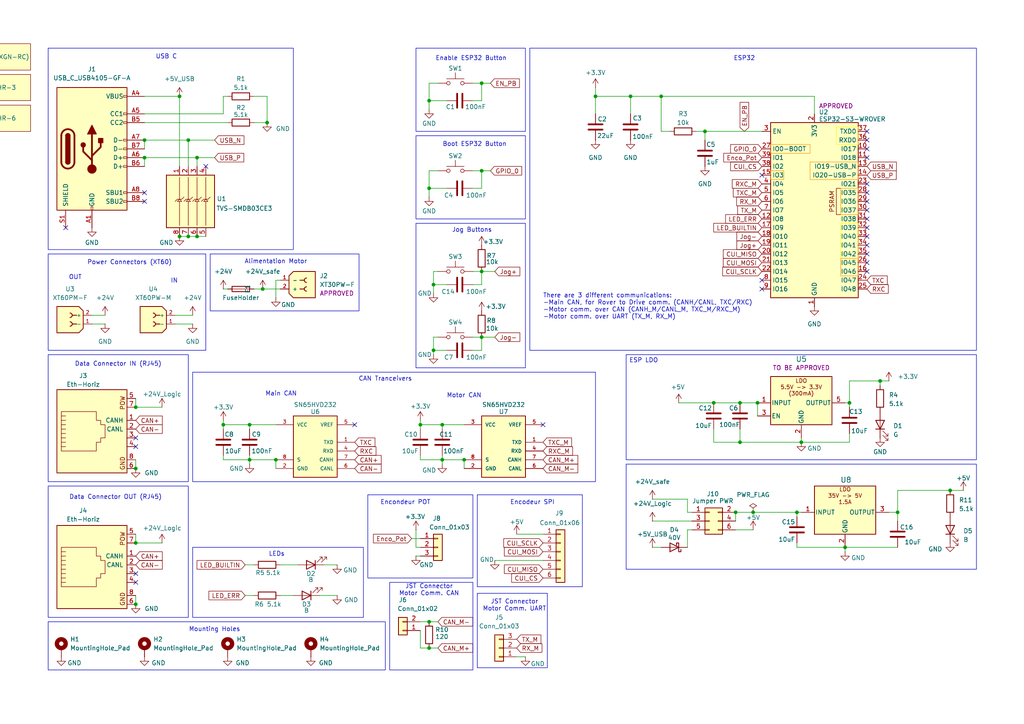
<source format=kicad_sch>
(kicad_sch (version 20231120) (generator "eeschema") (generator_version "8.0")
  (paper "A4")
  (junction (at 39.37 118.11))
  (junction (at 232.41 128.27))
  (junction (at 52.07 27.94))
  (junction (at 255.27 110.49))
  (junction (at 172.72 27.94))
  (junction (at 218.44 148.59))
  (junction (at 139.7 49.53))
  (junction (at 231.14 148.59))
  (junction (at 204.47 38.1))
  (junction (at 139.7 24.13))
  (junction (at 72.39 123.19))
  (junction (at 214.63 128.27))
  (junction (at 214.63 116.84))
  (junction (at 39.37 157.48))
  (junction (at 124.46 187.96))
  (junction (at 125.73 101.6))
  (junction (at 77.47 35.56))
  (junction (at 57.15 68.58))
  (junction (at 52.07 68.58))
  (junction (at 246.38 116.84))
  (junction (at 57.15 45.72))
  (junction (at 260.35 148.59))
  (junction (at 128.27 123.19))
  (junction (at 207.01 116.84))
  (junction (at 76.2 83.82))
  (junction (at 124.46 54.61))
  (junction (at 128.27 133.35))
  (junction (at 134.62 133.35))
  (junction (at 124.46 180.34))
  (junction (at 245.11 158.75))
  (junction (at 275.59 142.24))
  (junction (at 72.39 133.35))
  (junction (at 41.91 45.72))
  (junction (at 64.77 123.19))
  (junction (at 80.01 133.35))
  (junction (at 191.77 27.94))
  (junction (at 124.46 29.21))
  (junction (at 182.88 27.94))
  (junction (at 41.91 40.64))
  (junction (at 121.92 123.19))
  (junction (at 125.73 82.55))
  (junction (at 213.36 148.59))
  (junction (at 54.61 68.58))
  (junction (at 39.37 135.89))
  (junction (at 139.7 78.74))
  (junction (at 219.71 116.84))
  (junction (at 54.61 40.64))
  (junction (at 139.7 97.79))
  (junction (at 39.37 175.26))
  (no_connect (at 251.46 71.12))
  (no_connect (at 251.46 60.96))
  (no_connect (at 41.91 58.42))
  (no_connect (at 102.87 123.19))
  (no_connect (at 157.48 123.19))
  (no_connect (at 39.37 166.37))
  (no_connect (at 39.37 127))
  (no_connect (at 220.98 81.28))
  (no_connect (at 39.37 129.54))
  (no_connect (at 251.46 55.88))
  (no_connect (at 41.91 55.88))
  (no_connect (at 59.69 48.26))
  (no_connect (at 251.46 68.58))
  (no_connect (at 39.37 168.91))
  (no_connect (at 251.46 58.42))
  (no_connect (at 251.46 53.34))
  (no_connect (at 251.46 38.1))
  (no_connect (at 251.46 45.72))
  (no_connect (at 19.05 66.04))
  (no_connect (at 251.46 40.64))
  (no_connect (at 251.46 76.2))
  (no_connect (at 220.98 83.82))
  (no_connect (at 251.46 66.04))
  (no_connect (at 220.98 50.8))
  (no_connect (at 251.46 63.5))
  (no_connect (at 251.46 78.74))
  (no_connect (at 251.46 73.66))
  (no_connect (at 251.46 43.18))
  (wire (pts (xy 213.36 148.59) (xy 218.44 148.59)))
  (wire (pts (xy 199.39 153.67) (xy 200.66 153.67)))
  (wire (pts (xy 121.92 180.34) (xy 124.46 180.34)))
  (wire (pts (xy 204.47 38.1) (xy 204.47 40.64)))
  (wire (pts (xy 128.27 123.19) (xy 128.27 124.46)))
  (wire (pts (xy 191.77 38.1) (xy 194.31 38.1)))
  (wire (pts (xy 232.41 128.27) (xy 232.41 127)))
  (wire (pts (xy 64.77 123.19) (xy 64.77 124.46)))
  (wire (pts (xy 214.63 116.84) (xy 219.71 116.84)))
  (wire (pts (xy 93.98 163.83) (xy 97.79 163.83)))
  (wire (pts (xy 255.27 111.76) (xy 255.27 110.49)))
  (wire (pts (xy 80.01 133.35) (xy 80.01 135.89)))
  (wire (pts (xy 139.7 101.6) (xy 139.7 97.79)))
  (wire (pts (xy 246.38 125.73) (xy 246.38 128.27)))
  (wire (pts (xy 121.92 123.19) (xy 121.92 121.92)))
  (wire (pts (xy 207.01 116.84) (xy 214.63 116.84)))
  (wire (pts (xy 191.77 27.94) (xy 191.77 38.1)))
  (wire (pts (xy 143.51 162.56) (xy 157.48 162.56)))
  (wire (pts (xy 213.36 148.59) (xy 213.36 151.13)))
  (wire (pts (xy 72.39 132.08) (xy 72.39 133.35)))
  (wire (pts (xy 207.01 128.27) (xy 214.63 128.27)))
  (wire (pts (xy 54.61 40.64) (xy 62.23 40.64)))
  (wire (pts (xy 92.71 172.72) (xy 97.79 172.72)))
  (wire (pts (xy 73.66 35.56) (xy 77.47 35.56)))
  (wire (pts (xy 64.77 27.94) (xy 64.77 33.02)))
  (wire (pts (xy 199.39 144.78) (xy 189.23 144.78)))
  (wire (pts (xy 71.12 172.72) (xy 73.66 172.72)))
  (wire (pts (xy 231.14 148.59) (xy 231.14 149.86)))
  (wire (pts (xy 125.73 78.74) (xy 127 78.74)))
  (wire (pts (xy 125.73 78.74) (xy 125.73 82.55)))
  (wire (pts (xy 137.16 78.74) (xy 139.7 78.74)))
  (wire (pts (xy 72.39 123.19) (xy 72.39 124.46)))
  (wire (pts (xy 214.63 124.46) (xy 214.63 128.27)))
  (wire (pts (xy 231.14 157.48) (xy 231.14 158.75)))
  (wire (pts (xy 72.39 123.19) (xy 80.01 123.19)))
  (wire (pts (xy 73.66 83.82) (xy 76.2 83.82)))
  (wire (pts (xy 139.7 82.55) (xy 139.7 78.74)))
  (wire (pts (xy 54.61 68.58) (xy 57.15 68.58)))
  (wire (pts (xy 80.01 81.28) (xy 81.28 81.28)))
  (wire (pts (xy 201.93 38.1) (xy 204.47 38.1)))
  (wire (pts (xy 50.8 93.98) (xy 55.88 93.98)))
  (wire (pts (xy 41.91 40.64) (xy 54.61 40.64)))
  (wire (pts (xy 139.7 49.53) (xy 139.7 54.61)))
  (wire (pts (xy 72.39 133.35) (xy 72.39 134.62)))
  (wire (pts (xy 125.73 97.79) (xy 125.73 101.6)))
  (wire (pts (xy 139.7 97.79) (xy 143.51 97.79)))
  (wire (pts (xy 128.27 123.19) (xy 121.92 123.19)))
  (wire (pts (xy 214.63 128.27) (xy 232.41 128.27)))
  (wire (pts (xy 139.7 54.61) (xy 137.16 54.61)))
  (wire (pts (xy 246.38 118.11) (xy 246.38 116.84)))
  (wire (pts (xy 39.37 154.94) (xy 39.37 157.48)))
  (wire (pts (xy 219.71 116.84) (xy 219.71 120.65)))
  (wire (pts (xy 76.2 83.82) (xy 81.28 83.82)))
  (wire (pts (xy 124.46 24.13) (xy 127 24.13)))
  (wire (pts (xy 199.39 158.75) (xy 199.39 153.67)))
  (wire (pts (xy 41.91 33.02) (xy 64.77 33.02)))
  (wire (pts (xy 182.88 27.94) (xy 191.77 27.94)))
  (wire (pts (xy 121.92 187.96) (xy 121.92 182.88)))
  (wire (pts (xy 172.72 27.94) (xy 172.72 33.02)))
  (wire (pts (xy 172.72 25.4) (xy 172.72 27.94)))
  (wire (pts (xy 26.67 91.44) (xy 30.48 91.44)))
  (wire (pts (xy 52.07 68.58) (xy 54.61 68.58)))
  (wire (pts (xy 246.38 110.49) (xy 255.27 110.49)))
  (wire (pts (xy 50.8 91.44) (xy 55.88 91.44)))
  (wire (pts (xy 64.77 123.19) (xy 64.77 121.92)))
  (wire (pts (xy 73.66 27.94) (xy 77.47 27.94)))
  (wire (pts (xy 39.37 172.72) (xy 39.37 175.26)))
  (wire (pts (xy 260.35 151.13) (xy 260.35 148.59)))
  (wire (pts (xy 54.61 40.64) (xy 54.61 48.26)))
  (wire (pts (xy 182.88 27.94) (xy 182.88 33.02)))
  (wire (pts (xy 64.77 83.82) (xy 66.04 83.82)))
  (wire (pts (xy 142.24 49.53) (xy 139.7 49.53)))
  (wire (pts (xy 125.73 97.79) (xy 127 97.79)))
  (wire (pts (xy 137.16 97.79) (xy 139.7 97.79)))
  (wire (pts (xy 196.85 116.84) (xy 207.01 116.84)))
  (wire (pts (xy 139.7 78.74) (xy 143.51 78.74)))
  (wire (pts (xy 81.28 172.72) (xy 85.09 172.72)))
  (wire (pts (xy 121.92 158.75) (xy 120.65 158.75)))
  (wire (pts (xy 120.65 161.29) (xy 121.92 161.29)))
  (wire (pts (xy 125.73 82.55) (xy 125.73 85.09)))
  (wire (pts (xy 41.91 40.64) (xy 41.91 43.18)))
  (wire (pts (xy 245.11 160.02) (xy 245.11 158.75)))
  (wire (pts (xy 213.36 153.67) (xy 218.44 153.67)))
  (wire (pts (xy 119.38 156.21) (xy 121.92 156.21)))
  (wire (pts (xy 260.35 148.59) (xy 257.81 148.59)))
  (wire (pts (xy 142.24 24.13) (xy 139.7 24.13)))
  (wire (pts (xy 246.38 128.27) (xy 232.41 128.27)))
  (wire (pts (xy 139.7 24.13) (xy 139.7 29.21)))
  (wire (pts (xy 77.47 27.94) (xy 77.47 35.56)))
  (wire (pts (xy 41.91 45.72) (xy 57.15 45.72)))
  (wire (pts (xy 207.01 128.27) (xy 207.01 124.46)))
  (wire (pts (xy 275.59 142.24) (xy 260.35 142.24)))
  (wire (pts (xy 275.59 142.24) (xy 279.4 142.24)))
  (wire (pts (xy 246.38 116.84) (xy 245.11 116.84)))
  (wire (pts (xy 39.37 135.89) (xy 39.37 133.35)))
  (wire (pts (xy 124.46 180.34) (xy 127 180.34)))
  (wire (pts (xy 137.16 101.6) (xy 139.7 101.6)))
  (wire (pts (xy 72.39 133.35) (xy 80.01 133.35)))
  (wire (pts (xy 128.27 133.35) (xy 134.62 133.35)))
  (wire (pts (xy 260.35 142.24) (xy 260.35 148.59)))
  (wire (pts (xy 149.86 190.5) (xy 152.4 190.5)))
  (wire (pts (xy 39.37 157.48) (xy 46.99 157.48)))
  (wire (pts (xy 199.39 148.59) (xy 199.39 144.78)))
  (wire (pts (xy 121.92 123.19) (xy 121.92 124.46)))
  (wire (pts (xy 125.73 101.6) (xy 125.73 102.87)))
  (wire (pts (xy 124.46 49.53) (xy 127 49.53)))
  (wire (pts (xy 124.46 54.61) (xy 129.54 54.61)))
  (wire (pts (xy 121.92 187.96) (xy 124.46 187.96)))
  (wire (pts (xy 41.91 45.72) (xy 41.91 48.26)))
  (wire (pts (xy 80.01 86.36) (xy 80.01 81.28)))
  (wire (pts (xy 128.27 133.35) (xy 128.27 132.08)))
  (wire (pts (xy 64.77 133.35) (xy 64.77 132.08)))
  (wire (pts (xy 41.91 35.56) (xy 66.04 35.56)))
  (wire (pts (xy 137.16 82.55) (xy 139.7 82.55)))
  (wire (pts (xy 218.44 148.59) (xy 231.14 148.59)))
  (wire (pts (xy 245.11 158.75) (xy 260.35 158.75)))
  (wire (pts (xy 81.28 163.83) (xy 86.36 163.83)))
  (wire (pts (xy 191.77 27.94) (xy 236.22 27.94)))
  (wire (pts (xy 128.27 133.35) (xy 128.27 134.62)))
  (wire (pts (xy 137.16 24.13) (xy 139.7 24.13)))
  (wire (pts (xy 124.46 49.53) (xy 124.46 54.61)))
  (wire (pts (xy 121.92 133.35) (xy 128.27 133.35)))
  (wire (pts (xy 57.15 45.72) (xy 62.23 45.72)))
  (wire (pts (xy 172.72 27.94) (xy 182.88 27.94)))
  (wire (pts (xy 124.46 24.13) (xy 124.46 29.21)))
  (wire (pts (xy 231.14 158.75) (xy 245.11 158.75)))
  (wire (pts (xy 57.15 45.72) (xy 57.15 48.26)))
  (wire (pts (xy 64.77 123.19) (xy 72.39 123.19)))
  (wire (pts (xy 149.86 154.94) (xy 157.48 154.94)))
  (wire (pts (xy 71.12 163.83) (xy 73.66 163.83)))
  (wire (pts (xy 125.73 82.55) (xy 129.54 82.55)))
  (wire (pts (xy 189.23 151.13) (xy 200.66 151.13)))
  (wire (pts (xy 124.46 54.61) (xy 124.46 57.15)))
  (wire (pts (xy 124.46 29.21) (xy 124.46 31.75)))
  (wire (pts (xy 125.73 101.6) (xy 129.54 101.6)))
  (wire (pts (xy 52.07 48.26) (xy 52.07 27.94)))
  (wire (pts (xy 121.92 133.35) (xy 121.92 132.08)))
  (wire (pts (xy 124.46 187.96) (xy 127 187.96)))
  (wire (pts (xy 134.62 133.35) (xy 134.62 135.89)))
  (wire (pts (xy 137.16 49.53) (xy 139.7 49.53)))
  (wire (pts (xy 120.65 158.75) (xy 120.65 153.67)))
  (wire (pts (xy 39.37 118.11) (xy 46.99 118.11)))
  (wire (pts (xy 255.27 110.49) (xy 257.81 110.49)))
  (wire (pts (xy 231.14 148.59) (xy 232.41 148.59)))
  (wire (pts (xy 139.7 29.21) (xy 137.16 29.21)))
  (wire (pts (xy 134.62 123.19) (xy 128.27 123.19)))
  (wire (pts (xy 199.39 148.59) (xy 200.66 148.59)))
  (wire (pts (xy 189.23 158.75) (xy 191.77 158.75)))
  (wire (pts (xy 57.15 68.58) (xy 59.69 68.58)))
  (wire (pts (xy 204.47 38.1) (xy 220.98 38.1)))
  (wire (pts (xy 124.46 29.21) (xy 129.54 29.21)))
  (wire (pts (xy 26.67 93.98) (xy 30.48 93.98)))
  (wire (pts (xy 64.77 133.35) (xy 72.39 133.35)))
  (wire (pts (xy 41.91 27.94) (xy 52.07 27.94)))
  (wire (pts (xy 236.22 27.94) (xy 236.22 33.02)))
  (wire (pts (xy 246.38 110.49) (xy 246.38 116.84)))
  (wire (pts (xy 39.37 115.57) (xy 39.37 118.11)))
  (wire (pts (xy 64.77 27.94) (xy 66.04 27.94)))
  (rectangle (start 13.97 140.97) (end 54.61 179.07))
  (rectangle (start 120.65 13.97) (end 152.4 38.1))
  (rectangle (start 120.65 64.77) (end 152.4 106.68))
  (rectangle (start 13.97 102.87) (end 54.61 139.7))
  (rectangle (start 55.88 158.75) (end 105.41 179.07))
  (rectangle (start 13.97 73.66) (end 59.69 101.6))
  (rectangle (start 106.68 143.51) (end 137.16 167.64))
  (rectangle (start 120.65 39.37) (end 152.4 63.5))
  (rectangle (start 153.67 13.97) (end 283.21 101.6))
  (rectangle (start 13.97 13.97) (end 85.09 72.39))
  (rectangle (start 55.88 107.95) (end 172.72 139.7))
  (rectangle (start 13.97 180.34) (end 111.76 194.31))
  (rectangle (start 138.43 143.51) (end 168.91 170.18))
  (rectangle (start 60.96 73.66) (end 104.14 90.17))
  (rectangle (start 138.43 172.085) (end 158.75 193.675))
  (rectangle (start 181.61 102.87) (end 283.21 133.35))
  (rectangle (start 181.61 134.62) (end 283.21 165.1))
  (rectangle (start 113.03 168.91) (end 137.16 194.31))
  (text "ESP32" (at 215.9 17.018 0) (effects (font (size 1.27 1.27))))
  (text "Data Connector IN (RJ45)" (at 34.29 105.664 0) (effects (font (size 1.27 1.27))))
  (text "OUT" (at 21.844 80.518 0) (effects (font (size 1.27 1.27))))
  (text "Mounting Holes" (at 62.23 182.626 0) (effects (font (size 1.27 1.27))))
  (text "Encodeur SPI" (at 154.432 145.796 0) (effects (font (size 1.27 1.27))))
  (text "Power Connectors (XT60)" (at 37.592 76.2 0) (effects (font (size 1.27 1.27))))
  (text "JST Connector\nMotor Comm. UART" (at 149.225 175.641 0) (effects (font (size 1.27 1.27))))
  (text "Main CAN" (at 81.534 114.3 0) (effects (font (size 1.27 1.27))))
  (text "Motor CAN" (at 134.62 114.808 0) (effects (font (size 1.27 1.27))))
  (text "There are 3 different communications:\n-Main CAN, for Rover to Drive comm. (CANH/CANL, TXC/RXC)\n-Motor comm. over CAN (CANH_M/CANL_M, TXC_M/RXC_M)\n-Motor comm. over UART (TX_M, RX_M)" (at 157.48 88.9 0) (effects (font (size 1.27 1.27)) (justify left)))
  (text "ESP LDO" (at 186.69 104.648 0) (effects (font (size 1.27 1.27))))
  (text "Alimentation Motor" (at 80.01 75.946 0) (effects (font (size 1.27 1.27))))
  (text "Boot ESP32 Button" (at 137.668 41.91 0) (effects (font (size 1.27 1.27))))
  (text "Jog Buttons" (at 136.906 66.802 0) (effects (font (size 1.27 1.27))))
  (text "Enable ESP32 Button" (at 136.652 17.018 0) (effects (font (size 1.27 1.27))))
  (text "IN" (at 50.546 81.534 0) (effects (font (size 1.27 1.27))))
  (text "CAN Tranceivers" (at 111.76 109.982 0) (effects (font (size 1.27 1.27))))
  (text "Data Connector OUT (RJ45)" (at 33.528 144.272 0) (effects (font (size 1.27 1.27))))
  (text "USB C" (at 48.26 16.51 0) (effects (font (size 1.27 1.27))))
  (text "LEDs" (at 80.264 160.782 0) (effects (font (size 1.27 1.27))))
  (text "Encondeur POT" (at 117.602 145.796 0) (effects (font (size 1.27 1.27))))
  (text "JST Connector\nMotor Comm. CAN" (at 124.46 171.196 0) (effects (font (size 1.27 1.27))))
  (global_label "LED_ERR" (shape input) (at 220.98 63.5 180) (property "Intersheetrefs" "${INTERSHEET_REFS}" (effects (hide yes))))
  (global_label "EN_PB" (shape input) (at 215.9 38.1 90) (property "Intersheetrefs" "${INTERSHEET_REFS}" (effects (hide yes))))
  (global_label "LED_BUILTIN" (shape input) (at 220.98 66.04 180) (property "Intersheetrefs" "${INTERSHEET_REFS}" (effects (hide yes))))
  (global_label "USB_P" (shape input) (at 251.46 50.8 0) (property "Intersheetrefs" "${INTERSHEET_REFS}" (effects (hide yes))))
  (global_label "RX_M" (shape input) (at 149.86 187.96 0) (property "Intersheetrefs" "${INTERSHEET_REFS}" (effects (hide yes))))
  (global_label "CUI_CS" (shape input) (at 220.98 48.26 180) (property "Intersheetrefs" "${INTERSHEET_REFS}" (effects (hide yes))))
  (global_label "CUI_SCLK" (shape input) (at 220.98 78.74 180) (property "Intersheetrefs" "${INTERSHEET_REFS}" (effects (hide yes))))
  (global_label "Jog-" (shape input) (at 220.98 68.58 180) (property "Intersheetrefs" "${INTERSHEET_REFS}" (effects (hide yes))))
  (global_label "Jog+" (shape input) (at 143.51 78.74 0) (property "Intersheetrefs" "${INTERSHEET_REFS}" (effects (hide yes))))
  (global_label "GPIO_0" (shape input) (at 142.24 49.53 0) (property "Intersheetrefs" "${INTERSHEET_REFS}" (effects (hide yes))))
  (global_label "LED_BUILTIN" (shape input) (at 71.12 163.83 180) (property "Intersheetrefs" "${INTERSHEET_REFS}" (effects (hide yes))))
  (global_label "TX_M" (shape input) (at 220.98 60.96 180) (property "Intersheetrefs" "${INTERSHEET_REFS}" (effects (hide yes))))
  (global_label "CUI_MISO" (shape input) (at 157.48 165.1 180) (property "Intersheetrefs" "${INTERSHEET_REFS}" (effects (hide yes))))
  (global_label "CUI_SCLK" (shape input) (at 157.48 157.48 180) (property "Intersheetrefs" "${INTERSHEET_REFS}" (effects (hide yes))))
  (global_label "CAN+" (shape input) (at 39.37 161.29 0) (property "Intersheetrefs" "${INTERSHEET_REFS}" (effects (hide yes))))
  (global_label "TX_M" (shape input) (at 149.86 185.42 0) (property "Intersheetrefs" "${INTERSHEET_REFS}" (effects (hide yes))))
  (global_label "CAN_M+" (shape input) (at 127 187.96 0) (property "Intersheetrefs" "${INTERSHEET_REFS}" (effects (hide yes))))
  (global_label "CUI_MISO" (shape input) (at 220.98 73.66 180) (property "Intersheetrefs" "${INTERSHEET_REFS}" (effects (hide yes))))
  (global_label "CAN_M-" (shape input) (at 157.48 135.89 0) (property "Intersheetrefs" "${INTERSHEET_REFS}" (effects (hide yes))))
  (global_label "TXC_M" (shape input) (at 220.98 55.88 180) (property "Intersheetrefs" "${INTERSHEET_REFS}" (effects (hide yes))))
  (global_label "CAN_M+" (shape input) (at 157.48 133.35 0) (property "Intersheetrefs" "${INTERSHEET_REFS}" (effects (hide yes))))
  (global_label "CAN-" (shape input) (at 39.37 124.46 0) (property "Intersheetrefs" "${INTERSHEET_REFS}" (effects (hide yes))))
  (global_label "USB_P" (shape input) (at 62.23 45.72 0) (property "Intersheetrefs" "${INTERSHEET_REFS}" (effects (hide yes))))
  (global_label "TXC_M" (shape input) (at 157.48 128.27 0) (property "Intersheetrefs" "${INTERSHEET_REFS}" (effects (hide yes))))
  (global_label "RXC" (shape input) (at 251.46 83.82 0) (property "Intersheetrefs" "${INTERSHEET_REFS}" (effects (hide yes))))
  (global_label "LED_ERR" (shape input) (at 71.12 172.72 180) (property "Intersheetrefs" "${INTERSHEET_REFS}" (effects (hide yes))))
  (global_label "CAN+" (shape input) (at 102.87 133.35 0) (property "Intersheetrefs" "${INTERSHEET_REFS}" (effects (hide yes))))
  (global_label "CUI_MOSI" (shape input) (at 220.98 76.2 180) (property "Intersheetrefs" "${INTERSHEET_REFS}" (effects (hide yes))))
  (global_label "CAN+" (shape input) (at 39.37 121.92 0) (property "Intersheetrefs" "${INTERSHEET_REFS}" (effects (hide yes))))
  (global_label "USB_N" (shape input) (at 251.46 48.26 0) (property "Intersheetrefs" "${INTERSHEET_REFS}" (effects (hide yes))))
  (global_label "Jog+" (shape input) (at 220.98 71.12 180) (property "Intersheetrefs" "${INTERSHEET_REFS}" (effects (hide yes))))
  (global_label "CAN-" (shape input) (at 102.87 135.89 0) (property "Intersheetrefs" "${INTERSHEET_REFS}" (effects (hide yes))))
  (global_label "USB_N" (shape input) (at 62.23 40.64 0) (property "Intersheetrefs" "${INTERSHEET_REFS}" (effects (hide yes))))
  (global_label "CAN_M-" (shape input) (at 127 180.34 0) (property "Intersheetrefs" "${INTERSHEET_REFS}" (effects (hide yes))))
  (global_label "Enco_Pot" (shape input) (at 119.38 156.21 180) (property "Intersheetrefs" "${INTERSHEET_REFS}" (effects (hide yes))))
  (global_label "RXC_M" (shape input) (at 157.48 130.81 0) (property "Intersheetrefs" "${INTERSHEET_REFS}" (effects (hide yes))))
  (global_label "Enco_Pot" (shape input) (at 220.98 45.72 180) (property "Intersheetrefs" "${INTERSHEET_REFS}" (effects (hide yes))))
  (global_label "CUI_MOSI" (shape input) (at 157.48 160.02 180) (property "Intersheetrefs" "${INTERSHEET_REFS}" (effects (hide yes))))
  (global_label "RXC" (shape input) (at 102.87 130.81 0) (property "Intersheetrefs" "${INTERSHEET_REFS}" (effects (hide yes))))
  (global_label "CAN-" (shape input) (at 39.37 163.83 0) (property "Intersheetrefs" "${INTERSHEET_REFS}" (effects (hide yes))))
  (global_label "CUI_CS" (shape input) (at 157.48 167.64 180) (property "Intersheetrefs" "${INTERSHEET_REFS}" (effects (hide yes))))
  (global_label "Jog-" (shape input) (at 143.51 97.79 0) (property "Intersheetrefs" "${INTERSHEET_REFS}" (effects (hide yes))))
  (global_label "TXC" (shape input) (at 251.46 81.28 0) (property "Intersheetrefs" "${INTERSHEET_REFS}" (effects (hide yes))))
  (global_label "RXC_M" (shape input) (at 220.98 53.34 180) (property "Intersheetrefs" "${INTERSHEET_REFS}" (effects (hide yes))))
  (global_label "TXC" (shape input) (at 102.87 128.27 0) (property "Intersheetrefs" "${INTERSHEET_REFS}" (effects (hide yes))))
  (global_label "EN_PB" (shape input) (at 142.24 24.13 0) (property "Intersheetrefs" "${INTERSHEET_REFS}" (effects (hide yes))))
  (global_label "GPIO_0" (shape input) (at 220.98 43.18 180) (property "Intersheetrefs" "${INTERSHEET_REFS}" (effects (hide yes))))
  (global_label "RX_M" (shape input) (at 220.98 58.42 180) (property "Intersheetrefs" "${INTERSHEET_REFS}" (effects (hide yes))))
  (symbol (lib_id "Connector_Generic:Conn_02x03_Odd_Even") (at 205.74 151.13 0) (unit 1)
    (property "Reference" "J10" (at 206.756 143.256 0))
    (property "Value" "Jumper PWR" (at 206.756 145.288 0))
    (property "Footprint" "Connector_PinHeader_2.54mm:PinHeader_2x03_P2.54mm_Vertical" (effects (hide yes)))
    (property "Description" "Generic connector, double row, 02x03, odd/even pin numbering scheme (row 1 odd numbers, row 2 even numbers), script generated (kicad-library-utils/schlib/autogen/connector/)" (effects (hide yes)))
  )
  (symbol (lib_id "Rover_LIB:R_0805") (at 255.27 115.57 0) (unit 1)
    (property "Reference" "R4" (at 257.81 114.554 0) (effects (justify left)))
    (property "Value" "5.1k" (at 257.81 117.094 0) (effects (justify left)))
    (property "Footprint" "Resistor_SMD:R_0805_2012Metric_Pad1.20x1.40mm_HandSolder" (effects (hide yes)))
    (property "Description" "Resistor" (effects (hide yes)))
    (property "Package" "0805" (effects (hide yes)))
  )
  (symbol (lib_id "power:GND") (at 245.11 160.02 0) (unit 1)
    (property "Reference" "#PWR057" (effects (hide yes)))
    (property "Value" "GND" (at 248.92 161.798 0))
    (property "Description" "Power symbol creates a global label with name \"GND\" , ground" (effects (hide yes)))
  )
  (symbol (lib_id "power:PWR_FLAG") (at 218.44 148.59 0) (unit 1)
    (property "Reference" "#FLG01" (effects (hide yes)))
    (property "Value" "PWR_FLAG" (at 218.44 143.51 0))
    (property "Description" "Special symbol for telling ERC where power comes from" (effects (hide yes)))
  )
  (symbol (lib_id "Rover_LIB:ESP32-S3-WROVER") (at 236.22 60.96 0) (unit 1)
    (property "Reference" "U2" (at 237.49 32.512 0) (effects (justify left)))
    (property "Value" "ESP32-S3-WROVER" (at 237.49 34.544 0) (effects (justify left)))
    (property "Footprint" "RF_Module:ESP32-S3-WROOM-1U" (effects (hide yes)))
    (property "Datasheet" "https://www.espressif.com/sites/default/files/documentation/esp32-s3-wroom-1_wroom-1u_datasheet_en.pdf" (effects (hide yes)))
    (property "Description" "RF Module, ESP32-S3 SoC, Wi-Fi 802.11b/g/n, Bluetooth, BLE, 32-bit, 3.3V, onboard antenna, SMD" (effects (hide yes)))
    (property "Digikey Link" "https://www.digikey.ca/en/products/detail/espressif-systems/ESP32-S3-WROOM-1U-N8/16162635" (effects (hide yes)))
    (property "STATUS" "APPROVED" (at 237.49 30.734 0) (effects (justify left)))
  )
  (symbol (lib_id "Rover_LIB:LDO-LM7805MPX/NOPB") (at 245.11 140.97 0) (unit 1)
    (property "Reference" "U8" (at 245.364 139.192 0) (effects (font (size 1.524 1.524))))
    (property "Value" "LDO-LM7805MPX/NOPB" (effects (hide yes)))
    (property "Footprint" "Package_TO_SOT_SMD:SOT-223-3_TabPin2" (effects (hide yes)))
    (property "Datasheet" "https://www.ti.com/lit/ds/symlink/lm7800.pdf" (effects (hide yes)))
    (property "Description" "7.5V-35V To 5V LDO. 1.5A" (effects (hide yes)))
    (property "STATUS" "TO BE APPROVED" (effects (hide yes)))
  )
  (symbol (lib_id "Rover_LIB:C_0805") (at 246.38 121.92 0) (unit 1)
    (property "Reference" "C13" (at 250.19 119.38 0) (effects (justify right)))
    (property "Value" "10uF" (at 251.714 124.968 0) (effects (justify right)))
    (property "Footprint" "Capacitor_SMD:C_0805_2012Metric_Pad1.18x1.45mm_HandSolder" (effects (hide yes)))
    (property "Description" "Unpolarized capacitor" (effects (hide yes)))
    (property "Package" "0805" (effects (hide yes)))
  )
  (symbol (lib_id "Rover_LIB:C_0805") (at 133.35 82.55 90) (unit 1)
    (property "Reference" "C14" (at 128.016 84.582 90) (effects (justify right)))
    (property "Value" "100nF" (at 135.128 84.582 90) (effects (justify right)))
    (property "Footprint" "Capacitor_SMD:C_0805_2012Metric_Pad1.18x1.45mm_HandSolder" (effects (hide yes)))
    (property "Description" "Unpolarized capacitor" (effects (hide yes)))
    (property "Package" "0805" (effects (hide yes)))
  )
  (symbol (lib_id "Rover_LIB:MountingHole_Pad") (at 41.91 187.96 0) (unit 1) (exclude_from_sim yes) (in_bom no)
    (property "Reference" "H2" (at 44.45 185.4199 0) (effects (justify left)))
    (property "Value" "MountingHole_Pad" (at 44.45 187.9599 0) (effects (justify left)))
    (property "Footprint" "MountingHole:MountingHole_3.2mm_M3_DIN965_Pad_TopBottom" (effects (hide yes)))
    (property "Description" "Mounting Hole with connection" (effects (hide yes)))
  )
  (symbol (lib_id "Rover_LIB:CAN-Transceiver-SN65HVD232") (at 91.44 127 0) (unit 1)
    (property "Reference" "U6" (at 91.44 120.142 0) (effects (justify bottom)))
    (property "Value" "SN65HVD232" (at 91.44 118.11 0) (effects (justify bottom)))
    (property "Footprint" "Package_SO:SOIC-8_3.9x4.9mm_P1.27mm" (effects (hide yes)))
    (property "Datasheet" "https://www.ti.com/lit/ds/symlink/sn65hvd230.pdf?ts=1730319703644&ref_url=https%253A%252F%252Fwww.ti.com%252Fproduct%252FSN65HVD230" (effects (hide yes)))
    (property "Description" "CAN Transceiver" (effects (hide yes)))
    (property "PARTREV" "4" (effects (hide yes)))
    (property "STANDARD" "IPC 7351B" (effects (hide yes)))
    (property "MAXIMUM_PACKAGE_HEIGHT" "1.75 mm" (effects (hide yes)))
    (property "MANUFACTURER" "NXP USA" (effects (hide yes)))
    (property "STATUS" "APPROVED" (effects (hide yes)))
  )
  (symbol (lib_id "power:GND") (at 124.46 57.15 0) (unit 1)
    (property "Reference" "#PWR07" (effects (hide yes)))
    (property "Value" "GND" (at 124.46 61.214 0))
    (property "Description" "Power symbol creates a global label with name \"GND\" , ground" (effects (hide yes)))
  )
  (symbol (lib_id "power:GND") (at 236.22 88.9 0) (unit 1)
    (property "Reference" "#PWR020" (effects (hide yes)))
    (property "Value" "GND" (at 236.22 93.98 0))
    (property "Description" "Power symbol creates a global label with name \"GND\" , ground" (effects (hide yes)))
  )
  (symbol (lib_id "Rover_LIB:R_0805") (at 139.7 93.98 0) (unit 1)
    (property "Reference" "R8" (at 142.494 92.964 0))
    (property "Value" "10k" (at 142.748 95.25 0))
    (property "Footprint" "Resistor_SMD:R_0805_2012Metric_Pad1.20x1.40mm_HandSolder" (effects (hide yes)))
    (property "Description" "Resistor" (effects (hide yes)))
    (property "Package" "0805" (effects (hide yes)))
  )
  (symbol (lib_id "power:+5V") (at 149.86 154.94 0) (unit 1)
    (property "Reference" "#PWR047" (effects (hide yes)))
    (property "Value" "+5V" (at 149.86 151.384 0))
    (property "Description" "Power symbol creates a global label with name \"+5V\"" (effects (hide yes)))
  )
  (symbol (lib_id "power:+36V") (at 189.23 158.75 0) (unit 1)
    (property "Reference" "#PWR055" (effects (hide yes)))
    (property "Value" "+5V_USB" (at 189.23 154.94 0))
    (property "Description" "Power symbol creates a global label with name \"+36V\"" (effects (hide yes)))
  )
  (symbol (lib_id "Rover_LIB:C_0805") (at 207.01 120.65 0) (unit 1)
    (property "Reference" "C12" (at 206.502 118.364 0) (effects (justify right)))
    (property "Value" "10uF" (at 206.502 123.444 0) (effects (justify right)))
    (property "Footprint" "Capacitor_SMD:C_0805_2012Metric_Pad1.18x1.45mm_HandSolder" (effects (hide yes)))
    (property "Description" "Unpolarized capacitor" (effects (hide yes)))
    (property "Package" "0805" (effects (hide yes)))
  )
  (symbol (lib_id "power:+24V") (at 64.77 83.82 0) (unit 1)
    (property "Reference" "#PWR011" (effects (hide yes)))
    (property "Value" "+24V" (at 64.77 78.74 0))
    (property "Description" "Power symbol creates a global label with name \"+24V\"" (effects (hide yes)))
  )
  (symbol (lib_id "Rover_LIB:C_0805") (at 204.47 44.45 0) (unit 1)
    (property "Reference" "C5" (at 207.518 41.91 0) (effects (justify right)))
    (property "Value" "1uF" (at 208.534 46.99 0) (effects (justify right)))
    (property "Footprint" "Capacitor_SMD:C_0805_2012Metric_Pad1.18x1.45mm_HandSolder" (effects (hide yes)))
    (property "Description" "Unpolarized capacitor" (effects (hide yes)))
    (property "Package" "0805" (effects (hide yes)))
  )
  (symbol (lib_id "power:GND") (at 39.37 175.26 0) (unit 1)
    (property "Reference" "#PWR035" (effects (hide yes)))
    (property "Value" "GND" (at 41.91 176.5299 0) (effects (justify left)))
    (property "Description" "Power symbol creates a global label with name \"GND\" , ground" (effects (hide yes)))
  )
  (symbol (lib_id "Connector_Generic:Conn_01x06") (at 162.56 160.02 0) (unit 1)
    (property "Reference" "J9" (at 161.036 148.844 0) (effects (justify left)))
    (property "Value" "Conn_01x06" (at 156.464 151.638 0) (effects (justify left)))
    (property "Footprint" "Connector_JST:JST_PH_B6B-PH-K_1x06_P2.00mm_Vertical" (effects (hide yes)))
    (property "Description" "Generic connector, single row, 01x06, script generated (kicad-library-utils/schlib/autogen/connector/)" (effects (hide yes)))
  )
  (symbol (lib_id "Rover_LIB:SW-PTS815SJM250SMTRLFS") (at 132.08 78.74 0) (unit 1)
    (property "Reference" "SW3" (at 132.08 74.422 0))
    (property "Value" "SW-PTS815SJM250SMTRLFS" (effects (hide yes)))
    (property "Footprint" "RoverFootprint:SW-PTS815 SJM250SMTRLFS" (effects (hide yes)))
    (property "Datasheet" "https://www.ckswitches.com/media/2728/pts815.pdf" (effects (hide yes)))
    (property "Description" "Push button switch" (effects (hide yes)))
  )
  (symbol (lib_id "power:+24V") (at 30.48 91.44 0) (unit 1)
    (property "Reference" "#PWR015" (effects (hide yes)))
    (property "Value" "+24V" (at 30.48 86.36 0))
    (property "Description" "Power symbol creates a global label with name \"+24V\"" (effects (hide yes)))
  )
  (symbol (lib_id "Rover_LIB:Eth-Horiz-54601-908WPLF") (at 26.67 165.1 0) (unit 1)
    (property "Reference" "J4" (at 24.13 148.082 0))
    (property "Value" "Eth-Horiz" (at 24.13 150.622 0))
    (property "Footprint" "RoverFootprint:Ethernet_Horizontal" (effects (hide yes)))
    (property "Description" "RJ connector, 8P8C (8 positions 8 connected), RJ31/RJ32/RJ33/RJ34/RJ35/RJ41/RJ45/RJ49/RJ61" (effects (hide yes)))
    (property "STATUS" "APPROVED" (effects (hide yes)))
  )
  (symbol (lib_id "power:GND") (at 182.88 40.64 0) (unit 1)
    (property "Reference" "#PWR06" (effects (hide yes)))
    (property "Value" "GND" (at 182.88 45.72 0))
    (property "Description" "Power symbol creates a global label with name \"GND\" , ground" (effects (hide yes)))
  )
  (symbol (lib_id "power:GND") (at 255.27 127 0) (unit 1)
    (property "Reference" "#PWR031" (effects (hide yes)))
    (property "Value" "GND" (at 255.27 131.064 0))
    (property "Description" "Power symbol creates a global label with name \"GND\" , ground" (effects (hide yes)))
  )
  (symbol (lib_id "Rover_LIB:R_0805") (at 77.47 163.83 90) (unit 1)
    (property "Reference" "R5" (at 75.438 166.116 90))
    (property "Value" "5.1k" (at 79.248 166.116 90))
    (property "Footprint" "Resistor_SMD:R_0805_2012Metric_Pad1.20x1.40mm_HandSolder" (effects (hide yes)))
    (property "Description" "Resistor" (effects (hide yes)))
    (property "Package" "0805" (effects (hide yes)))
  )
  (symbol (lib_id "Rover_LIB:LED") (at 275.59 153.67 90) (unit 1)
    (property "Reference" "D5" (at 279.4 153.9874 90) (effects (justify right)))
    (property "Value" "B" (at 279.4 156.5274 90) (effects (justify right)))
    (property "Footprint" "LED_SMD:LED_0805_2012Metric_Pad1.15x1.40mm_HandSolder" (effects (hide yes)))
    (property "Description" "Light emitting diode" (effects (hide yes)))
  )
  (symbol (lib_id "power:GND") (at 143.51 162.56 0) (unit 1)
    (property "Reference" "#PWR046" (effects (hide yes)))
    (property "Value" "GND" (at 141.224 162.306 0))
    (property "Description" "Power symbol creates a global label with name \"GND\" , ground" (effects (hide yes)))
  )
  (symbol (lib_id "Rover_LIB:C_0805") (at 182.88 36.83 0) (unit 1)
    (property "Reference" "C3" (at 186.182 34.29 0) (effects (justify right)))
    (property "Value" "100nF" (at 189.484 39.624 0) (effects (justify right)))
    (property "Footprint" "Capacitor_SMD:C_0805_2012Metric_Pad1.18x1.45mm_HandSolder" (effects (hide yes)))
    (property "Description" "Unpolarized capacitor" (effects (hide yes)))
    (property "Package" "0805" (effects (hide yes)))
  )
  (symbol (lib_id "power:GND") (at 125.73 85.09 0) (unit 1)
    (property "Reference" "#PWR013" (effects (hide yes)))
    (property "Value" "GND" (at 123.19 85.09 0))
    (property "Description" "Power symbol creates a global label with name \"GND\" , ground" (effects (hide yes)))
  )
  (symbol (lib_id "power:GND") (at 72.39 134.62 0) (unit 1)
    (property "Reference" "#PWR029" (effects (hide yes)))
    (property "Value" "GND" (at 68.58 135.89 0))
    (property "Description" "Power symbol creates a global label with name \"GND\" , ground" (effects (hide yes)))
  )
  (symbol (lib_id "power:+28V") (at 46.99 118.11 0) (unit 1)
    (property "Reference" "#PWR021" (effects (hide yes)))
    (property "Value" "+24V_Logic" (at 46.99 114.3 0))
    (property "Description" "Power symbol creates a global label with name \"+28V\"" (effects (hide yes)))
  )
  (symbol (lib_id "power:GND") (at 124.46 31.75 0) (unit 1)
    (property "Reference" "#PWR02" (effects (hide yes)))
    (property "Value" "GND" (at 124.46 35.814 0))
    (property "Description" "Power symbol creates a global label with name \"GND\" , ground" (effects (hide yes)))
  )
  (symbol (lib_id "Rover_LIB:C_0805") (at 260.35 154.94 0) (unit 1)
    (property "Reference" "C16" (at 264.922 152.908 0) (effects (justify right)))
    (property "Value" "10uF" (at 267.208 157.226 0) (effects (justify right)))
    (property "Footprint" "Capacitor_SMD:C_0805_2012Metric_Pad1.18x1.45mm_HandSolder" (effects (hide yes)))
    (property "Description" "Unpolarized capacitor" (effects (hide yes)))
    (property "Package" "0805" (effects (hide yes)))
  )
  (symbol (lib_id "power:GND") (at 80.01 86.36 0) (unit 1)
    (property "Reference" "#PWR014" (effects (hide yes)))
    (property "Value" "GND" (at 83.566 88.392 0))
    (property "Description" "Power symbol creates a global label with name \"GND\" , ground" (effects (hide yes)))
  )
  (symbol (lib_id "power:+5V") (at 279.4 142.24 0) (unit 1)
    (property "Reference" "#PWR059" (effects (hide yes)))
    (property "Value" "+5V" (at 279.4 138.684 0))
    (property "Description" "Power symbol creates a global label with name \"+5V\"" (effects (hide yes)))
  )
  (symbol (lib_id "Rover_LIB:XT60PW-M") (at 44.45 86.36 0) (unit 1)
    (property "Reference" "U4" (at 44.45 83.82 0))
    (property "Value" "XT60PW-M" (at 44.45 86.36 0))
    (property "Footprint" "RoverFootprint:AMASS_XT60PW-M_1x02_P7.20mm_Horizontal" (effects (hide yes)))
    (property "STATUS" "APPROVED" (effects (hide yes)))
  )
  (symbol (lib_id "Connector_Generic:Conn_01x03") (at 144.78 187.96 180) (unit 1)
    (property "Reference" "J5" (at 144.78 179.07 0))
    (property "Value" "Conn_01x03" (at 144.78 181.61 0))
    (property "Footprint" "Connector_JST:JST_PH_S3B-PH-K_1x03_P2.00mm_Horizontal" (effects (hide yes)))
    (property "Description" "Generic connector, single row, 01x03, script generated (kicad-library-utils/schlib/autogen/connector/)" (effects (hide yes)))
  )
  (symbol (lib_id "power:+15V") (at 189.23 144.78 0) (unit 1)
    (property "Reference" "#PWR053" (effects (hide yes)))
    (property "Value" "+24V_safe" (at 189.23 139.7 0))
    (property "Description" "Power symbol creates a global label with name \"+15V\"" (effects (hide yes)))
  )
  (symbol (lib_id "Rover_LIB:SW-PTS815SJM250SMTRLFS") (at 132.08 49.53 0) (unit 1)
    (property "Reference" "SW2" (at 132.08 45.212 0))
    (property "Value" "SW-PTS815SJM250SMTRLFS" (effects (hide yes)))
    (property "Footprint" "RoverFootprint:SW-PTS815 SJM250SMTRLFS" (effects (hide yes)))
    (property "Datasheet" "https://www.ckswitches.com/media/2728/pts815.pdf" (effects (hide yes)))
    (property "Description" "Push button switch" (effects (hide yes)))
  )
  (symbol (lib_id "power:GND") (at 232.41 128.27 0) (unit 1)
    (property "Reference" "#PWR032" (effects (hide yes)))
    (property "Value" "GND" (at 236.22 130.048 0))
    (property "Description" "Power symbol creates a global label with name \"GND\" , ground" (effects (hide yes)))
  )
  (symbol (lib_id "Rover_LIB:XT60PW-F") (at 20.32 86.36 0) (unit 1)
    (property "Reference" "U3" (at 20.32 83.82 0))
    (property "Value" "XT60PM-F" (at 20.32 86.36 0))
    (property "Footprint" "RoverFootprint:AMASS_XT60PW-F_1x02_P7.20mm_Horizontal" (effects (hide yes)))
    (property "STATUS" "APPROVED" (effects (hide yes)))
  )
  (symbol (lib_id "power:+3.3V") (at 121.92 121.92 0) (unit 1)
    (property "Reference" "#PWR026" (effects (hide yes)))
    (property "Value" "+3.3V" (at 121.92 117.856 0))
    (property "Description" "Power symbol creates a global label with name \"+3.3V\"" (effects (hide yes)))
  )
  (symbol (lib_id "power:GND") (at 55.88 93.98 0) (unit 1)
    (property "Reference" "#PWR018" (effects (hide yes)))
    (property "Value" "GND" (at 55.88 99.06 0))
    (property "Description" "Power symbol creates a global label with name \"GND\" , ground" (effects (hide yes)))
  )
  (symbol (lib_id "Rover_LIB:XT30PW-F") (at 83.82 83.82 180) (unit 1)
    (property "Reference" "J2" (at 92.71 80.0099 0) (effects (justify right)))
    (property "Value" "XT30PW-F" (at 92.71 82.5499 0) (effects (justify right)))
    (property "Footprint" "RoverFootprint:AMASS_XT30PW-F_1x02_P2.50mm_Horizontal" (effects (hide yes)))
    (property "MF" "amass" (effects (hide yes)))
    (property "MAXIMUM_PACKAGE_HEIGHT" "5 mm" (effects (hide yes)))
    (property "Package" "None" (effects (hide yes)))
    (property "Price" "None" (effects (hide yes)))
    (property "Check_prices" "https://www.snapeda.com/parts/XT30PW-F/AMASS/view-part/?ref=eda" (effects (hide yes)))
    (property "STANDARD" "Manufacturer Recommendations" (effects (hide yes)))
    (property "PARTREV" "1.2" (effects (hide yes)))
    (property "SnapEDA_Link" "https://www.snapeda.com/parts/XT30PW-F/AMASS/view-part/?ref=snap" (effects (hide yes)))
    (property "MP" "XT30PW-F" (effects (hide yes)))
    (property "Description_1" "\nSocket; DC supply; XT30; female; PIN: 2; on PCBs; THT; yellow; 15A\n" (effects (hide yes)))
    (property "MANUFACTURER" "Amass" (effects (hide yes)))
    (property "Availability" "Not in stock" (effects (hide yes)))
    (property "SNAPEDA_PN" "XT30PW-F" (effects (hide yes)))
    (property "STATUS" "APPROVED" (at 92.71 85.0899 0) (effects (justify right)))
  )
  (symbol (lib_id "power:GND") (at 41.91 190.5 0) (unit 1)
    (property "Reference" "#PWR039" (effects (hide yes)))
    (property "Value" "GND" (at 45.974 192.278 0))
    (property "Description" "Power symbol creates a global label with name \"GND\" , ground" (effects (hide yes)))
  )
  (symbol (lib_id "power:GND") (at 52.07 68.58 0) (unit 1)
    (property "Reference" "#PWR010" (effects (hide yes)))
    (property "Value" "GND" (at 48.26 70.358 0))
    (property "Description" "Power symbol creates a global label with name \"GND\" , ground" (effects (hide yes)))
  )
  (symbol (lib_id "power:GND") (at 275.59 157.48 0) (unit 1)
    (property "Reference" "#PWR058" (effects (hide yes)))
    (property "Value" "GND" (at 271.272 159.258 0))
    (property "Description" "Power symbol creates a global label with name \"GND\" , ground" (effects (hide yes)))
  )
  (symbol (lib_id "power:GND") (at 66.04 190.5 0) (unit 1)
    (property "Reference" "#PWR040" (effects (hide yes)))
    (property "Value" "GND" (at 70.358 192.278 0))
    (property "Description" "Power symbol creates a global label with name \"GND\" , ground" (effects (hide yes)))
  )
  (symbol (lib_id "Rover_LIB:MountingHole_Pad") (at 17.78 187.96 0) (unit 1) (exclude_from_sim yes) (in_bom no)
    (property "Reference" "H1" (at 20.32 185.4199 0) (effects (justify left)))
    (property "Value" "MountingHole_Pad" (at 20.32 187.9599 0) (effects (justify left)))
    (property "Footprint" "MountingHole:MountingHole_3.2mm_M3_DIN965_Pad_TopBottom" (effects (hide yes)))
    (property "Description" "Mounting Hole with connection" (effects (hide yes)))
  )
  (symbol (lib_id "Rover_LIB:FuseHolder") (at 69.85 83.82 0) (mirror y) (unit 1)
    (property "Reference" "F1" (at 71.882 83.82 90))
    (property "Value" "FuseHolder" (at 69.85 86.36 0))
    (property "Footprint" "RoverFootprint:FUSE_3568-20" (effects (hide yes)))
    (property "Description" "Fuseholder through hole, 30A max" (effects (hide yes)))
    (property "STATUS" "APPROVED" (effects (hide yes)))
    (property "PACKAGE" "THT" (effects (hide yes)))
  )
  (symbol (lib_id "power:+5V") (at 196.85 116.84 0) (unit 1)
    (property "Reference" "#PWR023" (effects (hide yes)))
    (property "Value" "+5V" (at 196.596 112.268 0))
    (property "Description" "Power symbol creates a global label with name \"+5V\"" (effects (hide yes)))
  )
  (symbol (lib_id "power:GND") (at 152.4 190.5 0) (unit 1)
    (property "Reference" "#PWR037" (effects (hide yes)))
    (property "Value" "GND" (at 155.956 192.532 0))
    (property "Description" "Power symbol creates a global label with name \"GND\" , ground" (effects (hide yes)))
  )
  (symbol (lib_id "power:GND") (at 77.47 35.56 0) (unit 1)
    (property "Reference" "#PWR03" (effects (hide yes)))
    (property "Value" "GND" (at 82.042 37.338 0))
    (property "Description" "Power symbol creates a global label with name \"GND\" , ground" (effects (hide yes)))
  )
  (symbol (lib_id "Rover_LIB:R_0805") (at 69.85 27.94 90) (unit 1)
    (property "Reference" "R1" (at 69.85 22.86 90))
    (property "Value" "5.1k" (at 69.85 25.4 90))
    (property "Footprint" "Resistor_SMD:R_0805_2012Metric_Pad1.20x1.40mm_HandSolder" (effects (hide yes)))
    (property "Description" "Resistor" (effects (hide yes)))
    (property "Package" "0805" (effects (hide yes)))
  )
  (symbol (lib_id "power:+3.3V") (at 172.72 25.4 0) (unit 1)
    (property "Reference" "#PWR04" (effects (hide yes)))
    (property "Value" "+3.3V" (at 172.72 21.082 0))
    (property "Description" "Power symbol creates a global label with name \"+3.3V\"" (effects (hide yes)))
  )
  (symbol (lib_id "Device:D_Schottky") (at 195.58 158.75 180) (unit 1)
    (property "Reference" "D4" (at 195.58 153.67 0))
    (property "Value" "40V" (at 195.58 155.956 0))
    (property "Footprint" "Diode_SMD:D_SMA" (effects (hide yes)))
    (property "Description" "Schottky diode" (effects (hide yes)))
  )
  (symbol (lib_id "Rover_LIB:C_0805") (at 214.63 120.65 0) (unit 1)
    (property "Reference" "C6" (at 214.122 118.364 0) (effects (justify right)))
    (property "Value" "100nF" (at 214.63 123.19 0) (effects (justify right)))
    (property "Footprint" "Capacitor_SMD:C_0805_2012Metric_Pad1.18x1.45mm_HandSolder" (effects (hide yes)))
    (property "Description" "Unpolarized capacitor" (effects (hide yes)))
    (property "Package" "0805" (effects (hide yes)))
  )
  (symbol (lib_id "power:+15V") (at 76.2 83.82 0) (unit 1)
    (property "Reference" "#PWR012" (effects (hide yes)))
    (property "Value" "+24V_safe" (at 76.2 78.74 0))
    (property "Description" "Power symbol creates a global label with name \"+15V\"" (effects (hide yes)))
  )
  (symbol (lib_id "Rover_LIB:C_0805") (at 128.27 128.27 0) (unit 1)
    (property "Reference" "C11" (at 131.318 125.984 0) (effects (justify right)))
    (property "Value" "100nF" (at 134.62 130.81 0) (effects (justify right)))
    (property "Footprint" "Capacitor_SMD:C_0805_2012Metric_Pad1.18x1.45mm_HandSolder" (effects (hide yes)))
    (property "Description" "Unpolarized capacitor" (effects (hide yes)))
    (property "Package" "0805" (effects (hide yes)))
  )
  (symbol (lib_name "Eth-Horiz-54601-908WPLF_1") (lib_id "Rover_LIB:Eth-Horiz-54601-908WPLF") (at 26.67 125.73 0) (unit 1)
    (property "Reference" "J3" (at 24.13 108.966 0))
    (property "Value" "Eth-Horiz" (at 24.13 111.506 0))
    (property "Footprint" "RoverFootprint:Ethernet_Horizontal" (effects (hide yes)))
    (property "Description" "RJ connector, 8P8C (8 positions 8 connected), RJ31/RJ32/RJ33/RJ34/RJ35/RJ41/RJ45/RJ49/RJ61" (effects (hide yes)))
    (property "STATUS" "APPROVED" (effects (hide yes)))
  )
  (symbol (lib_id "Rover_LIB:R_0805") (at 69.85 35.56 90) (unit 1)
    (property "Reference" "R2" (at 69.85 31.242 90))
    (property "Value" "5.1k" (at 69.85 33.274 90))
    (property "Footprint" "Resistor_SMD:R_0805_2012Metric_Pad1.20x1.40mm_HandSolder" (effects (hide yes)))
    (property "Description" "Resistor" (effects (hide yes)))
    (property "Package" "0805" (effects (hide yes)))
  )
  (symbol (lib_name "CAN-Transceiver-SN65HVD232_1") (lib_id "Rover_LIB:CAN-Transceiver-SN65HVD232") (at 146.05 127 0) (unit 1)
    (property "Reference" "U7" (at 146.05 120.142 0) (effects (justify bottom)))
    (property "Value" "SN65HVD232" (at 146.05 118.11 0) (effects (justify bottom)))
    (property "Footprint" "Package_SO:SOIC-8_3.9x4.9mm_P1.27mm" (effects (hide yes)))
    (property "Datasheet" "https://www.ti.com/lit/ds/symlink/sn65hvd230.pdf?ts=1730319703644&ref_url=https%253A%252F%252Fwww.ti.com%252Fproduct%252FSN65HVD230" (effects (hide yes)))
    (property "Description" "CAN Transceiver" (effects (hide yes)))
    (property "PARTREV" "4" (effects (hide yes)))
    (property "STANDARD" "IPC 7351B" (effects (hide yes)))
    (property "MAXIMUM_PACKAGE_HEIGHT" "1.75 mm" (effects (hide yes)))
    (property "MANUFACTURER" "NXP USA" (effects (hide yes)))
    (property "STATUS" "APPROVED" (effects (hide yes)))
  )
  (symbol (lib_id "power:GND") (at 204.47 48.26 0) (unit 1)
    (property "Reference" "#PWR08" (effects (hide yes)))
    (property "Value" "GND" (at 204.47 53.34 0))
    (property "Description" "Power symbol creates a global label with name \"GND\" , ground" (effects (hide yes)))
  )
  (symbol (lib_id "power:+5V") (at 218.44 153.67 0) (unit 1)
    (property "Reference" "#PWR056" (effects (hide yes)))
    (property "Value" "+5V" (at 218.44 150.114 0))
    (property "Description" "Power symbol creates a global label with name \"+5V\"" (effects (hide yes)))
  )
  (symbol (lib_id "Rover_LIB:LDO-TLV74033PDBVR") (at 232.41 109.22 0) (unit 1)
    (property "Reference" "U5" (at 232.41 104.14 0) (effects (font (size 1.524 1.524))))
    (property "Value" "LDO-TLV74033PDBVR" (effects (hide yes)))
    (property "Footprint" "Package_TO_SOT_SMD:SOT-23-5_HandSoldering" (effects (hide yes)))
    (property "Datasheet" "https://mm.digikey.com/Volume0/opasdata/d220001/medias/docus/5334/TLV740P_DS.pdf" (effects (hide yes)))
    (property "Description" "LDO Fixed output 3.3V. Input range: 3.7V-5.5V. 300mA" (effects (hide yes)))
    (property "STATUS" "TO BE APPROVED" (at 232.41 106.68 0))
    (property "Digikey" "https://www.digikey.ca/en/products/detail/texas-instruments/TLV74033PDBVR/12642183" (effects (hide yes)))
  )
  (symbol (lib_id "power:GND") (at 39.37 135.89 0) (unit 1)
    (property "Reference" "#PWR028" (effects (hide yes)))
    (property "Value" "GND" (at 41.91 137.1599 0) (effects (justify left)))
    (property "Description" "Power symbol creates a global label with name \"GND\" , ground" (effects (hide yes)))
  )
  (symbol (lib_id "power:GND") (at 97.79 172.72 0) (unit 1)
    (property "Reference" "#PWR036" (effects (hide yes)))
    (property "Value" "GND" (at 101.854 173.99 0))
    (property "Description" "Power symbol creates a global label with name \"GND\" , ground" (effects (hide yes)))
  )
  (symbol (lib_id "power:+3.3V") (at 64.77 121.92 0) (unit 1)
    (property "Reference" "#PWR025" (effects (hide yes)))
    (property "Value" "+3.3V" (at 64.77 118.11 0))
    (property "Description" "Power symbol creates a global label with name \"+3.3V\"" (effects (hide yes)))
  )
  (symbol (lib_id "Rover_LIB:C_0805") (at 231.14 153.67 0) (unit 1)
    (property "Reference" "C15" (at 230.632 151.384 0) (effects (justify right)))
    (property "Value" "10uF" (at 230.632 156.464 0) (effects (justify right)))
    (property "Footprint" "Capacitor_SMD:C_0805_2012Metric_Pad1.18x1.45mm_HandSolder" (effects (hide yes)))
    (property "Description" "Unpolarized capacitor" (effects (hide yes)))
    (property "Package" "0805" (effects (hide yes)))
  )
  (symbol (lib_id "Rover_LIB:SW-PTS815SJM250SMTRLFS") (at 132.08 97.79 0) (unit 1)
    (property "Reference" "SW4" (at 132.08 93.472 0))
    (property "Value" "SW-PTS815SJM250SMTRLFS" (effects (hide yes)))
    (property "Footprint" "RoverFootprint:SW-PTS815 SJM250SMTRLFS" (effects (hide yes)))
    (property "Datasheet" "https://www.ckswitches.com/media/2728/pts815.pdf" (effects (hide yes)))
    (property "Description" "Push button switch" (effects (hide yes)))
  )
  (symbol (lib_id "power:GND") (at 90.17 190.5 0) (unit 1)
    (property "Reference" "#PWR041" (effects (hide yes)))
    (property "Value" "GND" (at 94.488 192.278 0))
    (property "Description" "Power symbol creates a global label with name \"GND\" , ground" (effects (hide yes)))
  )
  (symbol (lib_id "Rover_LIB:C_0805") (at 133.35 54.61 90) (unit 1)
    (property "Reference" "C4" (at 128.778 56.642 90) (effects (justify right)))
    (property "Value" "100nF" (at 135.128 56.642 90) (effects (justify right)))
    (property "Footprint" "Capacitor_SMD:C_0805_2012Metric_Pad1.18x1.45mm_HandSolder" (effects (hide yes)))
    (property "Description" "Unpolarized capacitor" (effects (hide yes)))
    (property "Package" "0805" (effects (hide yes)))
  )
  (symbol (lib_name "Off Board Part_2") (lib_id "RoverLibrary:Off Board Part") (at -16.51 34.29 0) (unit 1) (exclude_from_sim yes) (on_board no)
    (property "Reference" "G6" (effects (hide yes)))
    (property "Value" "PHR-3" (at -16.51 34.29 0))
    (property "Digikey" "https://www.digikey.ca/en/products/detail/jst-sales-america-inc/PHR-3/527357" (effects (hide yes)))
  )
  (symbol (lib_id "power:GND") (at 30.48 93.98 0) (unit 1)
    (property "Reference" "#PWR017" (effects (hide yes)))
    (property "Value" "GND" (at 30.48 99.06 0))
    (property "Description" "Power symbol creates a global label with name \"GND\" , ground" (effects (hide yes)))
  )
  (symbol (lib_id "Connector_Generic:Conn_01x02") (at 116.84 182.88 180) (unit 1)
    (property "Reference" "J6" (at 116.84 173.99 0))
    (property "Value" "Conn_01x02" (at 121.158 176.53 0))
    (property "Footprint" "Connector_JST:JST_PH_S2B-PH-K_1x02_P2.00mm_Horizontal" (effects (hide yes)))
    (property "Description" "Generic connector, single row, 01x02, script generated (kicad-library-utils/schlib/autogen/connector/)" (effects (hide yes)))
  )
  (symbol (lib_id "power:+24V") (at 55.88 91.44 0) (unit 1)
    (property "Reference" "#PWR016" (effects (hide yes)))
    (property "Value" "+24V" (at 55.88 86.36 0))
    (property "Description" "Power symbol creates a global label with name \"+24V\"" (effects (hide yes)))
  )
  (symbol (lib_id "power:GND") (at 120.65 161.29 0) (unit 1)
    (property "Reference" "#PWR044" (effects (hide yes)))
    (property "Value" "GND" (at 123.698 163.83 0))
    (property "Description" "Power symbol creates a global label with name \"GND\" , ground" (effects (hide yes)))
  )
  (symbol (lib_id "Rover_LIB:LED") (at 255.27 123.19 90) (unit 1)
    (property "Reference" "D1" (at 259.08 123.5074 90) (effects (justify right)))
    (property "Value" "G" (at 259.08 126.0474 90) (effects (justify right)))
    (property "Footprint" "LED_SMD:LED_0805_2012Metric_Pad1.15x1.40mm_HandSolder" (effects (hide yes)))
    (property "Description" "Light emitting diode" (effects (hide yes)))
  )
  (symbol (lib_id "Rover_LIB:MountingHole_Pad") (at 90.17 187.96 0) (unit 1) (exclude_from_sim yes) (in_bom no)
    (property "Reference" "H4" (at 92.71 185.4199 0) (effects (justify left)))
    (property "Value" "MountingHole_Pad" (at 92.71 187.9599 0) (effects (justify left)))
    (property "Footprint" "MountingHole:MountingHole_3.2mm_M3_DIN965_Pad_TopBottom" (effects (hide yes)))
    (property "Description" "Mounting Hole with connection" (effects (hide yes)))
  )
  (symbol (lib_id "Rover_LIB:LED") (at 90.17 163.83 180) (unit 1)
    (property "Reference" "D2" (at 90.17 166.37 0))
    (property "Value" "B" (at 90.17 168.148 0))
    (property "Footprint" "LED_SMD:LED_0805_2012Metric_Pad1.15x1.40mm_HandSolder" (effects (hide yes)))
    (property "Description" "Light emitting diode" (effects (hide yes)))
  )
  (symbol (lib_id "power:GND") (at 128.27 134.62 0) (unit 1)
    (property "Reference" "#PWR030" (effects (hide yes)))
    (property "Value" "GND" (at 124.46 136.398 0))
    (property "Description" "Power symbol creates a global label with name \"GND\" , ground" (effects (hide yes)))
  )
  (symbol (lib_id "Rover_LIB:R_0805") (at 198.12 38.1 90) (unit 1)
    (property "Reference" "R3" (at 198.12 33.02 90))
    (property "Value" "10k" (at 198.12 35.56 90))
    (property "Footprint" "Resistor_SMD:R_0805_2012Metric_Pad1.20x1.40mm_HandSolder" (effects (hide yes)))
    (property "Description" "Resistor" (effects (hide yes)))
    (property "Package" "0805" (effects (hide yes)))
  )
  (symbol (lib_id "power:+3.3V") (at 139.7 71.12 0) (unit 1)
    (property "Reference" "#PWR042" (effects (hide yes)))
    (property "Value" "+3.3V" (at 143.002 70.104 0))
    (property "Description" "Power symbol creates a global label with name \"+3.3V\"" (effects (hide yes)))
  )
  (symbol (lib_id "Rover_LIB:C_0805") (at 64.77 128.27 0) (unit 1)
    (property "Reference" "C8" (at 67.818 125.984 0) (effects (justify right)))
    (property "Value" "10uF" (at 70.104 130.81 0) (effects (justify right)))
    (property "Footprint" "Capacitor_SMD:C_0805_2012Metric_Pad1.18x1.45mm_HandSolder" (effects (hide yes)))
    (property "Description" "Unpolarized capacitor" (effects (hide yes)))
    (property "Package" "0805" (effects (hide yes)))
  )
  (symbol (lib_name "Off Board Part_2") (lib_id "RoverLibrary:Off Board Part") (at 1.27 34.29 0) (unit 1) (exclude_from_sim yes) (on_board no)
    (property "Reference" "G8" (effects (hide yes)))
    (property "Value" "PHR-6" (at 1.27 34.29 0))
    (property "Digikey" "https://www.digikey.ca/en/products/detail/jst-sales-america-inc/PHR-6/608604" (effects (hide yes)))
  )
  (symbol (lib_name "Off Board Part_2") (lib_id "RoverLibrary:Off Board Part") (at 1.27 25.4 0) (unit 1) (exclude_from_sim yes) (on_board no)
    (property "Reference" "G1" (effects (hide yes)))
    (property "Value" "PHR-3" (at 1.27 25.4 0))
    (property "Digikey" "https://www.digikey.ca/en/products/detail/jst-sales-america-inc/PHR-3/527357" (effects (hide yes)))
  )
  (symbol (lib_id "Rover_LIB:USB_C_USB4105-GF-A") (at 26.67 43.18 0) (unit 1)
    (property "Reference" "J1" (at 26.67 20.066 0))
    (property "Value" "USB_C_USB4105-GF-A" (at 26.67 22.606 0))
    (property "Footprint" "Connector_USB:USB_C_Receptacle_GCT_USB4105-xx-A_16P_TopMnt_Horizontal" (effects (hide yes)))
    (property "Datasheet" "https://www.usb.org/sites/default/files/documents/usb_type-c.zip" (effects (hide yes)))
    (property "Description" "USB 2.0-only 16P Type-C Receptacle connector" (effects (hide yes)))
    (property "STATUS" "TO BE APPROVED" (effects (hide yes)))
  )
  (symbol (lib_id "Rover_LIB:C_0805") (at 133.35 29.21 90) (unit 1)
    (property "Reference" "C1" (at 129.286 30.988 90) (effects (justify right)))
    (property "Value" "100nF" (at 134.874 30.988 90) (effects (justify right)))
    (property "Footprint" "Capacitor_SMD:C_0805_2012Metric_Pad1.18x1.45mm_HandSolder" (effects (hide yes)))
    (property "Description" "Unpolarized capacitor" (effects (hide yes)))
    (property "Package" "0805" (effects (hide yes)))
  )
  (symbol (lib_id "power:+3.3V") (at 139.7 90.17 0) (unit 1)
    (property "Reference" "#PWR043" (effects (hide yes)))
    (property "Value" "+3.3V" (at 143.764 88.9 0))
    (property "Description" "Power symbol creates a global label with name \"+3.3V\"" (effects (hide yes)))
  )
  (symbol (lib_id "power:GND") (at 17.78 190.5 0) (unit 1)
    (property "Reference" "#PWR038" (effects (hide yes)))
    (property "Value" "GND" (at 21.59 192.278 0))
    (property "Description" "Power symbol creates a global label with name \"GND\" , ground" (effects (hide yes)))
  )
  (symbol (lib_id "Rover_LIB:C_0805") (at 133.35 101.6 90) (unit 1)
    (property "Reference" "C7" (at 128.778 103.632 90) (effects (justify right)))
    (property "Value" "100nF" (at 135.128 103.632 90) (effects (justify right)))
    (property "Footprint" "Capacitor_SMD:C_0805_2012Metric_Pad1.18x1.45mm_HandSolder" (effects (hide yes)))
    (property "Description" "Unpolarized capacitor" (effects (hide yes)))
    (property "Package" "0805" (effects (hide yes)))
  )
  (symbol (lib_id "Rover_LIB:R_0805") (at 124.46 184.15 180) (unit 1)
    (property "Reference" "R10" (at 126.238 182.626 0) (effects (justify right)))
    (property "Value" "120" (at 126.238 184.658 0) (effects (justify right)))
    (property "Footprint" "Resistor_SMD:R_0805_2012Metric_Pad1.20x1.40mm_HandSolder" (effects (hide yes)))
    (property "Description" "Resistor" (effects (hide yes)))
    (property "Package" "0805" (effects (hide yes)))
  )
  (symbol (lib_id "Rover_LIB:LED") (at 88.9 172.72 180) (unit 1)
    (property "Reference" "D3" (at 88.9 175.26 0))
    (property "Value" "B" (at 88.9 177.038 0))
    (property "Footprint" "LED_SMD:LED_0805_2012Metric_Pad1.15x1.40mm_HandSolder" (effects (hide yes)))
    (property "Description" "Light emitting diode" (effects (hide yes)))
  )
  (symbol (lib_id "power:+28V") (at 46.99 157.48 0) (unit 1)
    (property "Reference" "#PWR033" (effects (hide yes)))
    (property "Value" "+24V_Logic" (at 41.402 153.162 0) (effects (justify left)))
    (property "Description" "Power symbol creates a global label with name \"+28V\"" (effects (hide yes)))
  )
  (symbol (lib_name "Off Board Part_1") (lib_id "RoverLibrary:Off Board Part") (at -7.62 16.51 0) (unit 1) (exclude_from_sim yes) (on_board no)
    (property "Reference" "G3" (effects (hide yes)))
    (property "Value" "JUMPER 2PINS (QPC02SXGN-RC)" (at -7.62 16.51 0))
    (property "Digikey" "https://www.digikey.ca/en/products/detail/sullins-connector-solutions/QPC02SXGN-RC/2618262" (effects (hide yes)))
  )
  (symbol (lib_id "Rover_LIB:R_0805") (at 77.47 172.72 90) (unit 1)
    (property "Reference" "R6" (at 75.184 175.26 90))
    (property "Value" "5.1k" (at 79.502 175.26 90))
    (property "Footprint" "Resistor_SMD:R_0805_2012Metric_Pad1.20x1.40mm_HandSolder" (effects (hide yes)))
    (property "Description" "Resistor" (effects (hide yes)))
    (property "Package" "0805" (effects (hide yes)))
  )
  (symbol (lib_id "power:GND") (at 26.67 66.04 0) (unit 1)
    (property "Reference" "#PWR09" (effects (hide yes)))
    (property "Value" "GND" (at 26.67 70.358 0))
    (property "Description" "Power symbol creates a global label with name \"GND\" , ground" (effects (hide yes)))
  )
  (symbol (lib_id "Rover_LIB:TVS-SMDB03CE3/TR7TR-ND") (at 48.26 58.42 90) (mirror x) (unit 1)
    (property "Reference" "U1" (at 64.262 57.658 90))
    (property "Value" "TVS-SMDB03CE3" (at 70.866 60.452 90))
    (property "Footprint" "Package_SO:SOIC-8_3.9x4.9mm_P1.27mm" (effects (hide yes)))
    (property "STATYS" "APPROVED" (effects (hide yes)))
  )
  (symbol (lib_id "Rover_LIB:R_0805") (at 139.7 74.93 0) (unit 1)
    (property "Reference" "R7" (at 142.494 74.168 0))
    (property "Value" "10k" (at 142.748 75.946 0))
    (property "Footprint" "Resistor_SMD:R_0805_2012Metric_Pad1.20x1.40mm_HandSolder" (effects (hide yes)))
    (property "Description" "Resistor" (effects (hide yes)))
    (property "Package" "0805" (effects (hide yes)))
  )
  (symbol (lib_id "power:GND") (at 125.73 102.87 0) (unit 1)
    (property "Reference" "#PWR019" (effects (hide yes)))
    (property "Value" "GND" (at 123.19 102.87 0))
    (property "Description" "Power symbol creates a global label with name \"GND\" , ground" (effects (hide yes)))
  )
  (symbol (lib_id "Rover_LIB:SW-PTS815SJM250SMTRLFS") (at 132.08 24.13 0) (unit 1)
    (property "Reference" "SW1" (at 132.08 19.812 0))
    (property "Value" "SW-PTS815SJM250SMTRLFS" (effects (hide yes)))
    (property "Footprint" "RoverFootprint:SW-PTS815 SJM250SMTRLFS" (effects (hide yes)))
    (property "Datasheet" "https://www.ckswitches.com/media/2728/pts815.pdf" (effects (hide yes)))
    (property "Description" "Push button switch" (effects (hide yes)))
  )
  (symbol (lib_id "power:+3.3V") (at 257.81 110.49 0) (unit 1)
    (property "Reference" "#PWR022" (effects (hide yes)))
    (property "Value" "+3.3V" (at 260.35 109.2199 0) (effects (justify left)))
    (property "Description" "Power symbol creates a global label with name \"+3.3V\"" (effects (hide yes)))
  )
  (symbol (lib_id "Rover_LIB:C_0805") (at 72.39 128.27 0) (unit 1)
    (property "Reference" "C9" (at 75.692 125.984 0) (effects (justify right)))
    (property "Value" "100nF" (at 78.994 130.81 0) (effects (justify right)))
    (property "Footprint" "Capacitor_SMD:C_0805_2012Metric_Pad1.18x1.45mm_HandSolder" (effects (hide yes)))
    (property "Description" "Unpolarized capacitor" (effects (hide yes)))
    (property "Package" "0805" (effects (hide yes)))
  )
  (symbol (lib_name "Off Board Part_2") (lib_id "RoverLibrary:Off Board Part") (at -16.51 25.4 0) (unit 1) (exclude_from_sim yes) (on_board no)
    (property "Reference" "G4" (effects (hide yes)))
    (property "Value" "PHR-2" (at -16.51 25.4 0))
    (property "Digikey" "https://www.digikey.ca/en/products/detail/jst-sales-america-inc/PHR-2/608607" (effects (hide yes)))
  )
  (symbol (lib_id "Rover_LIB:MountingHole_Pad") (at 66.04 187.96 0) (unit 1) (exclude_from_sim yes) (in_bom no)
    (property "Reference" "H3" (at 68.58 185.4199 0) (effects (justify left)))
    (property "Value" "MountingHole_Pad" (at 68.58 187.9599 0) (effects (justify left)))
    (property "Footprint" "MountingHole:MountingHole_3.2mm_M3_DIN965_Pad_TopBottom" (effects (hide yes)))
    (property "Description" "Mounting Hole with connection" (effects (hide yes)))
  )
  (symbol (lib_id "power:+3.3V") (at 120.65 153.67 0) (unit 1)
    (property "Reference" "#PWR045" (effects (hide yes)))
    (property "Value" "+3.3V" (at 120.396 149.86 0))
    (property "Description" "Power symbol creates a global label with name \"+3.3V\"" (effects (hide yes)))
  )
  (symbol (lib_id "power:GND") (at 172.72 40.64 0) (unit 1)
    (property "Reference" "#PWR05" (effects (hide yes)))
    (property "Value" "GND" (at 172.72 45.72 0))
    (property "Description" "Power symbol creates a global label with name \"GND\" , ground" (effects (hide yes)))
  )
  (symbol (lib_id "Rover_LIB:C_0805") (at 121.92 128.27 0) (unit 1)
    (property "Reference" "C10" (at 121.158 125.984 0) (effects (justify right)))
    (property "Value" "10uF" (at 121.412 130.81 0) (effects (justify right)))
    (property "Footprint" "Capacitor_SMD:C_0805_2012Metric_Pad1.18x1.45mm_HandSolder" (effects (hide yes)))
    (property "Description" "Unpolarized capacitor" (effects (hide yes)))
    (property "Package" "0805" (effects (hide yes)))
  )
  (symbol (lib_id "Rover_LIB:R_0805") (at 275.59 146.05 0) (unit 1)
    (property "Reference" "R11" (at 278.13 145.034 0) (effects (justify left)))
    (property "Value" "5.1k" (at 278.13 147.574 0) (effects (justify left)))
    (property "Footprint" "Resistor_SMD:R_0805_2012Metric_Pad1.20x1.40mm_HandSolder" (effects (hide yes)))
    (property "Description" "Resistor" (effects (hide yes)))
    (property "Package" "0805" (effects (hide yes)))
  )
  (symbol (lib_id "power:+28V") (at 189.23 151.13 0) (unit 1)
    (property "Reference" "#PWR054" (effects (hide yes)))
    (property "Value" "+24V_Logic" (at 189.23 146.05 0))
    (property "Description" "Power symbol creates a global label with name \"+28V\"" (effects (hide yes)))
  )
  (symbol (lib_id "Rover_LIB:C_0805") (at 172.72 36.83 0) (unit 1)
    (property "Reference" "C2" (at 176.022 34.544 0) (effects (justify right)))
    (property "Value" "22uF" (at 178.054 39.37 0) (effects (justify right)))
    (property "Footprint" "Capacitor_SMD:C_0805_2012Metric_Pad1.18x1.45mm_HandSolder" (effects (hide yes)))
    (property "Description" "Unpolarized capacitor" (effects (hide yes)))
    (property "Package" "0805" (effects (hide yes)))
  )
  (symbol (lib_id "Connector_Generic:Conn_01x03") (at 127 158.75 0) (unit 1)
    (property "Reference" "J8" (at 125.476 150.368 0) (effects (justify left)))
    (property "Value" "Conn_01x03" (at 124.46 152.908 0) (effects (justify left)))
    (property "Footprint" "Connector_JST:JST_PH_B3B-PH-K_1x03_P2.00mm_Vertical" (effects (hide yes)))
    (property "Description" "Generic connector, single row, 01x03, script generated (kicad-library-utils/schlib/autogen/connector/)" (effects (hide yes)))
  )
  (symbol (lib_id "power:+36V") (at 52.07 27.94 0) (unit 1)
    (property "Reference" "#PWR01" (effects (hide yes)))
    (property "Value" "+5V_USB" (at 52.07 22.86 0))
    (property "Description" "Power symbol creates a global label with name \"+36V\"" (effects (hide yes)))
  )
  (symbol (lib_id "power:GND") (at 97.79 163.83 0) (unit 1)
    (property "Reference" "#PWR034" (effects (hide yes)))
    (property "Value" "GND" (at 101.6 165.354 0))
    (property "Description" "Power symbol creates a global label with name \"GND\" , ground" (effects (hide yes)))
  )
)
</source>
